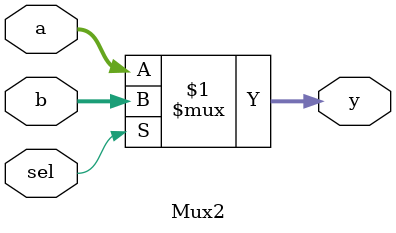
<source format=v>
`timescale 1ns / 1ps

module Mux2 #(parameter MUX_WIDTH = 16)
(   input [MUX_WIDTH-1:0] a, b,
    input sel,
    output [MUX_WIDTH-1:0] y
    );
    
    assign y = sel ? b : a;
endmodule
</source>
